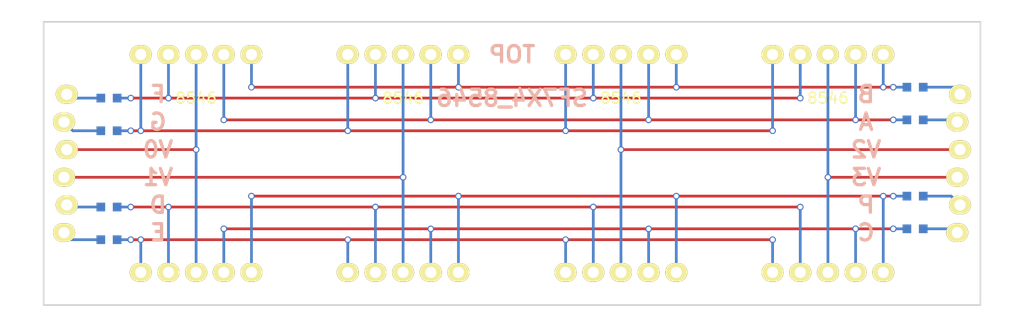
<source format=kicad_pcb>
(kicad_pcb (version 4) (host pcbnew 4.0.2+dfsg1-stable)

  (general
    (links 48)
    (no_connects 0)
    (area 94.794999 71.794999 189.205001 102.205001)
    (thickness 1.6)
    (drawings 18)
    (tracks 149)
    (zones 0)
    (modules 14)
    (nets 21)
  )

  (page A4)
  (layers
    (0 F.Cu signal)
    (31 B.Cu signal)
    (32 B.Adhes user)
    (33 F.Adhes user)
    (34 B.Paste user)
    (35 F.Paste user)
    (36 B.SilkS user)
    (37 F.SilkS user)
    (38 B.Mask user)
    (39 F.Mask user)
    (40 Dwgs.User user)
    (41 Cmts.User user)
    (42 Eco1.User user)
    (43 Eco2.User user)
    (44 Edge.Cuts user)
    (45 Margin user)
    (46 B.CrtYd user)
    (47 F.CrtYd user)
    (48 B.Fab user)
    (49 F.Fab user)
  )

  (setup
    (last_trace_width 0.25)
    (trace_clearance 0.2)
    (zone_clearance 0.508)
    (zone_45_only no)
    (trace_min 0.2)
    (segment_width 0.2)
    (edge_width 0.15)
    (via_size 0.6)
    (via_drill 0.4)
    (via_min_size 0.4)
    (via_min_drill 0.3)
    (uvia_size 0.3)
    (uvia_drill 0.1)
    (uvias_allowed no)
    (uvia_min_size 0.2)
    (uvia_min_drill 0.1)
    (pcb_text_width 0.3)
    (pcb_text_size 1.5 1.5)
    (mod_edge_width 0.15)
    (mod_text_size 1 1)
    (mod_text_width 0.15)
    (pad_size 2.032 1.7272)
    (pad_drill 1.016)
    (pad_to_mask_clearance 0.2)
    (aux_axis_origin 0 0)
    (visible_elements FFFFFF7F)
    (pcbplotparams
      (layerselection 0x00030_80000001)
      (usegerberextensions false)
      (excludeedgelayer true)
      (linewidth 0.150000)
      (plotframeref false)
      (viasonmask false)
      (mode 1)
      (useauxorigin false)
      (hpglpennumber 1)
      (hpglpenspeed 20)
      (hpglpendiameter 15)
      (hpglpenoverlay 2)
      (psnegative false)
      (psa4output false)
      (plotreference true)
      (plotvalue true)
      (plotinvisibletext false)
      (padsonsilk false)
      (subtractmaskfromsilk false)
      (outputformat 1)
      (mirror false)
      (drillshape 1)
      (scaleselection 1)
      (outputdirectory ""))
  )

  (net 0 "")
  (net 1 /a)
  (net 2 /b)
  (net 3 /c)
  (net 4 /d)
  (net 5 /e)
  (net 6 /f)
  (net 7 /g)
  (net 8 /p)
  (net 9 /v0)
  (net 10 /ax)
  (net 11 /bx)
  (net 12 /cx)
  (net 13 /dx)
  (net 14 /ex)
  (net 15 /fx)
  (net 16 /gx)
  (net 17 /px)
  (net 18 /v1)
  (net 19 /v2)
  (net 20 /v3)

  (net_class Default "This is the default net class."
    (clearance 0.2)
    (trace_width 0.25)
    (via_dia 0.6)
    (via_drill 0.4)
    (uvia_dia 0.3)
    (uvia_drill 0.1)
    (add_net /a)
    (add_net /ax)
    (add_net /b)
    (add_net /bx)
    (add_net /c)
    (add_net /cx)
    (add_net /d)
    (add_net /dx)
    (add_net /e)
    (add_net /ex)
    (add_net /f)
    (add_net /fx)
    (add_net /g)
    (add_net /gx)
    (add_net /p)
    (add_net /px)
    (add_net /v0)
    (add_net /v1)
    (add_net /v2)
    (add_net /v3)
  )

  (module 00_my_modules:SF7X1_8546 (layer F.Cu) (tedit 5E9BC9D6) (tstamp 5E9B8901)
    (at 113 87)
    (descr 7SEG)
    (tags 7SEG)
    (fp_text reference 8546 (at 0 -6) (layer F.SilkS)
      (effects (font (size 1 1) (thickness 0.15)))
    )
    (fp_text value "" (at 0 -4) (layer F.Fab)
      (effects (font (size 1 1) (thickness 0.15)))
    )
    (fp_line (start -9.25 -12.75) (end -9.25 12.75) (layer F.CrtYd) (width 0.05))
    (fp_line (start 9.25 -12.75) (end 9.25 12.75) (layer F.CrtYd) (width 0.05))
    (fp_line (start -9.25 -12.75) (end 9.25 -12.75) (layer F.CrtYd) (width 0.05))
    (fp_line (start -9.25 12.75) (end 9.25 12.75) (layer F.CrtYd) (width 0.05))
    (fp_line (start -15 0) (end 15 0) (layer F.CrtYd) (width 0.01))
    (fp_line (start 0 -15) (end 0 15) (layer F.CrtYd) (width 0.01))
    (pad G thru_hole oval (at -5.08 -10) (size 2.032 1.7272) (drill 1.016) (layers *.Cu *.Mask F.SilkS)
      (net 7 /g))
    (pad F thru_hole oval (at -2.54 -10) (size 2.032 1.7272) (drill 1.016) (layers *.Cu *.Mask F.SilkS)
      (net 6 /f))
    (pad V thru_hole oval (at 0 -10) (size 2.032 1.7272) (drill 1.016) (layers *.Cu *.Mask F.SilkS)
      (net 9 /v0))
    (pad A thru_hole oval (at 2.54 -10) (size 2.032 1.7272) (drill 1.016) (layers *.Cu *.Mask F.SilkS)
      (net 1 /a))
    (pad B thru_hole oval (at 5.08 -10) (size 2.032 1.7272) (drill 1.016) (layers *.Cu *.Mask F.SilkS)
      (net 2 /b))
    (pad E thru_hole oval (at -5.08 10) (size 2.032 1.7272) (drill 1.016) (layers *.Cu *.Mask F.SilkS)
      (net 5 /e))
    (pad D thru_hole oval (at -2.54 10) (size 2.032 1.7272) (drill 1.016) (layers *.Cu *.Mask F.SilkS)
      (net 4 /d))
    (pad V thru_hole oval (at 0 10) (size 2.032 1.7272) (drill 1.016) (layers *.Cu *.Mask F.SilkS)
      (net 9 /v0))
    (pad C thru_hole oval (at 2.54 10) (size 2.032 1.7272) (drill 1.016) (layers *.Cu *.Mask F.SilkS)
      (net 3 /c))
    (pad P thru_hole oval (at 5.08 10) (size 2.032 1.7272) (drill 1.016) (layers *.Cu *.Mask F.SilkS)
      (net 8 /p))
  )

  (module 00_my_modules:SF7X1_8546 (layer F.Cu) (tedit 5E9BC9CB) (tstamp 5E9B8976)
    (at 171 87)
    (descr 7SEG)
    (tags 7SEG)
    (fp_text reference 8546 (at 0 -6) (layer F.SilkS)
      (effects (font (size 1 1) (thickness 0.15)))
    )
    (fp_text value "" (at 0 -4) (layer F.Fab)
      (effects (font (size 1 1) (thickness 0.15)))
    )
    (fp_line (start -9.25 -12.75) (end -9.25 12.75) (layer F.CrtYd) (width 0.05))
    (fp_line (start 9.25 -12.75) (end 9.25 12.75) (layer F.CrtYd) (width 0.05))
    (fp_line (start -9.25 -12.75) (end 9.25 -12.75) (layer F.CrtYd) (width 0.05))
    (fp_line (start -9.25 12.75) (end 9.25 12.75) (layer F.CrtYd) (width 0.05))
    (fp_line (start -15 0) (end 15 0) (layer F.CrtYd) (width 0.01))
    (fp_line (start 0 -15) (end 0 15) (layer F.CrtYd) (width 0.01))
    (pad G thru_hole oval (at -5.08 -10) (size 2.032 1.7272) (drill 1.016) (layers *.Cu *.Mask F.SilkS)
      (net 7 /g))
    (pad F thru_hole oval (at -2.54 -10) (size 2.032 1.7272) (drill 1.016) (layers *.Cu *.Mask F.SilkS)
      (net 6 /f))
    (pad V thru_hole oval (at 0 -10) (size 2.032 1.7272) (drill 1.016) (layers *.Cu *.Mask F.SilkS)
      (net 20 /v3))
    (pad A thru_hole oval (at 2.54 -10) (size 2.032 1.7272) (drill 1.016) (layers *.Cu *.Mask F.SilkS)
      (net 1 /a))
    (pad B thru_hole oval (at 5.08 -10) (size 2.032 1.7272) (drill 1.016) (layers *.Cu *.Mask F.SilkS)
      (net 2 /b))
    (pad E thru_hole oval (at -5.08 10) (size 2.032 1.7272) (drill 1.016) (layers *.Cu *.Mask F.SilkS)
      (net 5 /e))
    (pad D thru_hole oval (at -2.54 10) (size 2.032 1.7272) (drill 1.016) (layers *.Cu *.Mask F.SilkS)
      (net 4 /d))
    (pad V thru_hole oval (at 0 10) (size 2.032 1.7272) (drill 1.016) (layers *.Cu *.Mask F.SilkS)
      (net 20 /v3))
    (pad C thru_hole oval (at 2.54 10) (size 2.032 1.7272) (drill 1.016) (layers *.Cu *.Mask F.SilkS)
      (net 3 /c))
    (pad P thru_hole oval (at 5.08 10) (size 2.032 1.7272) (drill 1.016) (layers *.Cu *.Mask F.SilkS)
      (net 8 /p))
  )

  (module 00_my_modules:SF7X1_8546 (layer F.Cu) (tedit 5E9BC9C3) (tstamp 5E9B894F)
    (at 152 87)
    (descr 7SEG)
    (tags 7SEG)
    (fp_text reference 8546 (at 0 -6) (layer F.SilkS)
      (effects (font (size 1 1) (thickness 0.15)))
    )
    (fp_text value "" (at 0 -4) (layer F.Fab)
      (effects (font (size 1 1) (thickness 0.15)))
    )
    (fp_line (start -9.25 -12.75) (end -9.25 12.75) (layer F.CrtYd) (width 0.05))
    (fp_line (start 9.25 -12.75) (end 9.25 12.75) (layer F.CrtYd) (width 0.05))
    (fp_line (start -9.25 -12.75) (end 9.25 -12.75) (layer F.CrtYd) (width 0.05))
    (fp_line (start -9.25 12.75) (end 9.25 12.75) (layer F.CrtYd) (width 0.05))
    (fp_line (start -15 0) (end 15 0) (layer F.CrtYd) (width 0.01))
    (fp_line (start 0 -15) (end 0 15) (layer F.CrtYd) (width 0.01))
    (pad G thru_hole oval (at -5.08 -10) (size 2.032 1.7272) (drill 1.016) (layers *.Cu *.Mask F.SilkS)
      (net 7 /g))
    (pad F thru_hole oval (at -2.54 -10) (size 2.032 1.7272) (drill 1.016) (layers *.Cu *.Mask F.SilkS)
      (net 6 /f))
    (pad V thru_hole oval (at 0 -10) (size 2.032 1.7272) (drill 1.016) (layers *.Cu *.Mask F.SilkS)
      (net 19 /v2))
    (pad A thru_hole oval (at 2.54 -10) (size 2.032 1.7272) (drill 1.016) (layers *.Cu *.Mask F.SilkS)
      (net 1 /a))
    (pad B thru_hole oval (at 5.08 -10) (size 2.032 1.7272) (drill 1.016) (layers *.Cu *.Mask F.SilkS)
      (net 2 /b))
    (pad E thru_hole oval (at -5.08 10) (size 2.032 1.7272) (drill 1.016) (layers *.Cu *.Mask F.SilkS)
      (net 5 /e))
    (pad D thru_hole oval (at -2.54 10) (size 2.032 1.7272) (drill 1.016) (layers *.Cu *.Mask F.SilkS)
      (net 4 /d))
    (pad V thru_hole oval (at 0 10) (size 2.032 1.7272) (drill 1.016) (layers *.Cu *.Mask F.SilkS)
      (net 19 /v2))
    (pad C thru_hole oval (at 2.54 10) (size 2.032 1.7272) (drill 1.016) (layers *.Cu *.Mask F.SilkS)
      (net 3 /c))
    (pad P thru_hole oval (at 5.08 10) (size 2.032 1.7272) (drill 1.016) (layers *.Cu *.Mask F.SilkS)
      (net 8 /p))
  )

  (module 00_my_modules:SF7X1_8546 (layer F.Cu) (tedit 5E9BC9DE) (tstamp 5E9B8928)
    (at 132 87)
    (descr 7SEG)
    (tags 7SEG)
    (fp_text reference 8546 (at 0 -6) (layer F.SilkS)
      (effects (font (size 1 1) (thickness 0.15)))
    )
    (fp_text value "" (at 0 -4) (layer F.Fab)
      (effects (font (size 1 1) (thickness 0.15)))
    )
    (fp_line (start -9.25 -12.75) (end -9.25 12.75) (layer F.CrtYd) (width 0.05))
    (fp_line (start 9.25 -12.75) (end 9.25 12.75) (layer F.CrtYd) (width 0.05))
    (fp_line (start -9.25 -12.75) (end 9.25 -12.75) (layer F.CrtYd) (width 0.05))
    (fp_line (start -9.25 12.75) (end 9.25 12.75) (layer F.CrtYd) (width 0.05))
    (fp_line (start -15 0) (end 15 0) (layer F.CrtYd) (width 0.01))
    (fp_line (start 0 -15) (end 0 15) (layer F.CrtYd) (width 0.01))
    (pad G thru_hole oval (at -5.08 -10) (size 2.032 1.7272) (drill 1.016) (layers *.Cu *.Mask F.SilkS)
      (net 7 /g))
    (pad F thru_hole oval (at -2.54 -10) (size 2.032 1.7272) (drill 1.016) (layers *.Cu *.Mask F.SilkS)
      (net 6 /f))
    (pad V thru_hole oval (at 0 -10) (size 2.032 1.7272) (drill 1.016) (layers *.Cu *.Mask F.SilkS)
      (net 18 /v1))
    (pad A thru_hole oval (at 2.54 -10) (size 2.032 1.7272) (drill 1.016) (layers *.Cu *.Mask F.SilkS)
      (net 1 /a))
    (pad B thru_hole oval (at 5.08 -10) (size 2.032 1.7272) (drill 1.016) (layers *.Cu *.Mask F.SilkS)
      (net 2 /b))
    (pad E thru_hole oval (at -5.08 10) (size 2.032 1.7272) (drill 1.016) (layers *.Cu *.Mask F.SilkS)
      (net 5 /e))
    (pad D thru_hole oval (at -2.54 10) (size 2.032 1.7272) (drill 1.016) (layers *.Cu *.Mask F.SilkS)
      (net 4 /d))
    (pad V thru_hole oval (at 0 10) (size 2.032 1.7272) (drill 1.016) (layers *.Cu *.Mask F.SilkS)
      (net 18 /v1))
    (pad C thru_hole oval (at 2.54 10) (size 2.032 1.7272) (drill 1.016) (layers *.Cu *.Mask F.SilkS)
      (net 3 /c))
    (pad P thru_hole oval (at 5.08 10) (size 2.032 1.7272) (drill 1.016) (layers *.Cu *.Mask F.SilkS)
      (net 8 /p))
  )

  (module 00_my_modules:header1x6wiggle (layer F.Cu) (tedit 5E9BB9E0) (tstamp 5E9BB978)
    (at 183 87)
    (descr "Through hole pin header")
    (tags "pin header")
    (fp_text reference "" (at 0 -2.4) (layer F.SilkS)
      (effects (font (size 0.5 0.5) (thickness 0.01)))
    )
    (fp_text value "" (at 0 -3.1) (layer F.Fab)
      (effects (font (size 0.5 0.5) (thickness 0.01)))
    )
    (fp_line (start -1.75 -8.1) (end -1.75 8.1) (layer F.CrtYd) (width 0.05))
    (fp_line (start 1.75 -8.1) (end 1.75 8.1) (layer F.CrtYd) (width 0.05))
    (fp_line (start -1.75 -8.1) (end 1.75 -8.1) (layer F.CrtYd) (width 0.05))
    (fp_line (start -1.75 8.1) (end 1.75 8.1) (layer F.CrtYd) (width 0.05))
    (fp_line (start -6 -6.35) (end 6 -6.35) (layer F.CrtYd) (width 0.01))
    (fp_line (start -6 0) (end 6 0) (layer F.CrtYd) (width 0.01))
    (fp_line (start -6 6.35) (end 6 6.35) (layer F.CrtYd) (width 0.01))
    (pad 1 thru_hole oval (at 0.127 -6.35) (size 2.032 1.7272) (drill 1.016) (layers *.Cu *.Mask F.SilkS)
      (net 11 /bx))
    (pad 2 thru_hole oval (at -0.127 -3.81) (size 2.032 1.7272) (drill 1.016) (layers *.Cu *.Mask F.SilkS)
      (net 10 /ax))
    (pad 3 thru_hole oval (at 0.127 -1.27) (size 2.032 1.7272) (drill 1.016) (layers *.Cu *.Mask F.SilkS)
      (net 19 /v2))
    (pad 4 thru_hole oval (at -0.127 1.27) (size 2.032 1.7272) (drill 1.016) (layers *.Cu *.Mask F.SilkS)
      (net 20 /v3))
    (pad 5 thru_hole oval (at 0.127 3.81) (size 2.032 1.7272) (drill 1.016) (layers *.Cu *.Mask F.SilkS)
      (net 17 /px))
    (pad 6 thru_hole oval (at -0.127 6.35) (size 2.032 1.7272) (drill 1.016) (layers *.Cu *.Mask F.SilkS)
      (net 12 /cx))
  )

  (module 00_my_modules:header1x6wiggle (layer F.Cu) (tedit 5E9BB925) (tstamp 5E9BB999)
    (at 101 87)
    (descr "Through hole pin header")
    (tags "pin header")
    (fp_text reference "" (at 0 -2.4) (layer F.SilkS)
      (effects (font (size 0.5 0.5) (thickness 0.01)))
    )
    (fp_text value "" (at 0 -3.1) (layer F.Fab)
      (effects (font (size 0.5 0.5) (thickness 0.01)))
    )
    (fp_line (start -1.75 -8.1) (end -1.75 8.1) (layer F.CrtYd) (width 0.05))
    (fp_line (start 1.75 -8.1) (end 1.75 8.1) (layer F.CrtYd) (width 0.05))
    (fp_line (start -1.75 -8.1) (end 1.75 -8.1) (layer F.CrtYd) (width 0.05))
    (fp_line (start -1.75 8.1) (end 1.75 8.1) (layer F.CrtYd) (width 0.05))
    (fp_line (start -6 -6.35) (end 6 -6.35) (layer F.CrtYd) (width 0.01))
    (fp_line (start -6 0) (end 6 0) (layer F.CrtYd) (width 0.01))
    (fp_line (start -6 6.35) (end 6 6.35) (layer F.CrtYd) (width 0.01))
    (pad 1 thru_hole oval (at 0.127 -6.35) (size 2.032 1.7272) (drill 1.016) (layers *.Cu *.Mask F.SilkS)
      (net 15 /fx))
    (pad 2 thru_hole oval (at -0.127 -3.81) (size 2.032 1.7272) (drill 1.016) (layers *.Cu *.Mask F.SilkS)
      (net 16 /gx))
    (pad 3 thru_hole oval (at 0.127 -1.27) (size 2.032 1.7272) (drill 1.016) (layers *.Cu *.Mask F.SilkS)
      (net 9 /v0))
    (pad 4 thru_hole oval (at -0.127 1.27) (size 2.032 1.7272) (drill 1.016) (layers *.Cu *.Mask F.SilkS)
      (net 18 /v1))
    (pad 5 thru_hole oval (at 0.127 3.81) (size 2.032 1.7272) (drill 1.016) (layers *.Cu *.Mask F.SilkS)
      (net 13 /dx))
    (pad 6 thru_hole oval (at -0.127 6.35) (size 2.032 1.7272) (drill 1.016) (layers *.Cu *.Mask F.SilkS)
      (net 14 /ex))
  )

  (module 00_my_modules:R_0603 (layer B.Cu) (tedit 5E9BB5E6) (tstamp 5E9BBC98)
    (at 105 94)
    (descr R0603)
    (tags "resistor 0603")
    (attr smd)
    (fp_text reference R (at 0 0) (layer B.Fab)
      (effects (font (size 0.5 0.5) (thickness 0.1)) (justify mirror))
    )
    (fp_text value "" (at 0 0) (layer B.Fab)
      (effects (font (size 0.5 0.5) (thickness 0.01)) (justify mirror))
    )
    (fp_line (start -1.2 0.45) (end 1.2 0.45) (layer B.CrtYd) (width 0.01))
    (fp_line (start -1.2 -0.45) (end 1.2 -0.45) (layer B.CrtYd) (width 0.01))
    (fp_line (start -1.2 0.45) (end -1.2 -0.45) (layer B.CrtYd) (width 0.01))
    (fp_line (start 1.2 0.45) (end 1.2 -0.45) (layer B.CrtYd) (width 0.01))
    (pad 1 smd rect (at -0.75 0) (size 0.8 0.8) (layers B.Cu B.Paste B.Mask)
      (net 14 /ex))
    (pad 2 smd rect (at 0.75 0) (size 0.8 0.8) (layers B.Cu B.Paste B.Mask)
      (net 5 /e))
  )

  (module 00_my_modules:R_0603 (layer B.Cu) (tedit 5E9BB5FF) (tstamp 5E9BBCAB)
    (at 105 91)
    (descr R0603)
    (tags "resistor 0603")
    (attr smd)
    (fp_text reference R (at 0 0) (layer B.Fab)
      (effects (font (size 0.5 0.5) (thickness 0.1)) (justify mirror))
    )
    (fp_text value "" (at 0 0) (layer B.Fab)
      (effects (font (size 0.5 0.5) (thickness 0.01)) (justify mirror))
    )
    (fp_line (start -1.2 0.45) (end 1.2 0.45) (layer B.CrtYd) (width 0.01))
    (fp_line (start -1.2 -0.45) (end 1.2 -0.45) (layer B.CrtYd) (width 0.01))
    (fp_line (start -1.2 0.45) (end -1.2 -0.45) (layer B.CrtYd) (width 0.01))
    (fp_line (start 1.2 0.45) (end 1.2 -0.45) (layer B.CrtYd) (width 0.01))
    (pad 1 smd rect (at -0.75 0) (size 0.8 0.8) (layers B.Cu B.Paste B.Mask)
      (net 13 /dx))
    (pad 2 smd rect (at 0.75 0) (size 0.8 0.8) (layers B.Cu B.Paste B.Mask)
      (net 4 /d))
  )

  (module 00_my_modules:R_0603 (layer B.Cu) (tedit 5E9BB912) (tstamp 5E9BBDEE)
    (at 105 84)
    (descr R0603)
    (tags "resistor 0603")
    (attr smd)
    (fp_text reference R (at 0 0) (layer B.Fab)
      (effects (font (size 0.5 0.5) (thickness 0.1)) (justify mirror))
    )
    (fp_text value "" (at 0 0) (layer B.Fab)
      (effects (font (size 0.5 0.5) (thickness 0.01)) (justify mirror))
    )
    (fp_line (start -1.2 0.45) (end 1.2 0.45) (layer B.CrtYd) (width 0.01))
    (fp_line (start -1.2 -0.45) (end 1.2 -0.45) (layer B.CrtYd) (width 0.01))
    (fp_line (start -1.2 0.45) (end -1.2 -0.45) (layer B.CrtYd) (width 0.01))
    (fp_line (start 1.2 0.45) (end 1.2 -0.45) (layer B.CrtYd) (width 0.01))
    (pad 1 smd rect (at -0.75 0) (size 0.8 0.8) (layers B.Cu B.Paste B.Mask)
      (net 16 /gx))
    (pad 2 smd rect (at 0.75 0) (size 0.8 0.8) (layers B.Cu B.Paste B.Mask)
      (net 7 /g))
  )

  (module 00_my_modules:R_0603 (layer B.Cu) (tedit 5E9BB91F) (tstamp 5E9BBE01)
    (at 105 81)
    (descr R0603)
    (tags "resistor 0603")
    (attr smd)
    (fp_text reference R (at 0 0) (layer B.Fab)
      (effects (font (size 0.5 0.5) (thickness 0.1)) (justify mirror))
    )
    (fp_text value "" (at 0 0) (layer B.Fab)
      (effects (font (size 0.5 0.5) (thickness 0.01)) (justify mirror))
    )
    (fp_line (start -1.2 0.45) (end 1.2 0.45) (layer B.CrtYd) (width 0.01))
    (fp_line (start -1.2 -0.45) (end 1.2 -0.45) (layer B.CrtYd) (width 0.01))
    (fp_line (start -1.2 0.45) (end -1.2 -0.45) (layer B.CrtYd) (width 0.01))
    (fp_line (start 1.2 0.45) (end 1.2 -0.45) (layer B.CrtYd) (width 0.01))
    (pad 1 smd rect (at -0.75 0) (size 0.8 0.8) (layers B.Cu B.Paste B.Mask)
      (net 15 /fx))
    (pad 2 smd rect (at 0.75 0) (size 0.8 0.8) (layers B.Cu B.Paste B.Mask)
      (net 6 /f))
  )

  (module 00_my_modules:R_0603 (layer B.Cu) (tedit 5E9BB9DC) (tstamp 5E9BBE6E)
    (at 179 80)
    (descr R0603)
    (tags "resistor 0603")
    (attr smd)
    (fp_text reference R (at 0 0) (layer B.Fab)
      (effects (font (size 0.5 0.5) (thickness 0.1)) (justify mirror))
    )
    (fp_text value "" (at 0 0) (layer B.Fab)
      (effects (font (size 0.5 0.5) (thickness 0.01)) (justify mirror))
    )
    (fp_line (start -1.2 0.45) (end 1.2 0.45) (layer B.CrtYd) (width 0.01))
    (fp_line (start -1.2 -0.45) (end 1.2 -0.45) (layer B.CrtYd) (width 0.01))
    (fp_line (start -1.2 0.45) (end -1.2 -0.45) (layer B.CrtYd) (width 0.01))
    (fp_line (start 1.2 0.45) (end 1.2 -0.45) (layer B.CrtYd) (width 0.01))
    (pad 1 smd rect (at -0.75 0) (size 0.8 0.8) (layers B.Cu B.Paste B.Mask)
      (net 2 /b))
    (pad 2 smd rect (at 0.75 0) (size 0.8 0.8) (layers B.Cu B.Paste B.Mask)
      (net 11 /bx))
  )

  (module 00_my_modules:R_0603 (layer B.Cu) (tedit 5E9BB9CC) (tstamp 5E9BBE81)
    (at 179 83)
    (descr R0603)
    (tags "resistor 0603")
    (attr smd)
    (fp_text reference R (at 0 0) (layer B.Fab)
      (effects (font (size 0.5 0.5) (thickness 0.1)) (justify mirror))
    )
    (fp_text value "" (at 0 0) (layer B.Fab)
      (effects (font (size 0.5 0.5) (thickness 0.01)) (justify mirror))
    )
    (fp_line (start -1.2 0.45) (end 1.2 0.45) (layer B.CrtYd) (width 0.01))
    (fp_line (start -1.2 -0.45) (end 1.2 -0.45) (layer B.CrtYd) (width 0.01))
    (fp_line (start -1.2 0.45) (end -1.2 -0.45) (layer B.CrtYd) (width 0.01))
    (fp_line (start 1.2 0.45) (end 1.2 -0.45) (layer B.CrtYd) (width 0.01))
    (pad 1 smd rect (at -0.75 0) (size 0.8 0.8) (layers B.Cu B.Paste B.Mask)
      (net 1 /a))
    (pad 2 smd rect (at 0.75 0) (size 0.8 0.8) (layers B.Cu B.Paste B.Mask)
      (net 10 /ax))
  )

  (module 00_my_modules:R_0603 (layer B.Cu) (tedit 5E9BB9A8) (tstamp 5E9BBE94)
    (at 179 90)
    (descr R0603)
    (tags "resistor 0603")
    (attr smd)
    (fp_text reference R (at 0 0) (layer B.Fab)
      (effects (font (size 0.5 0.5) (thickness 0.1)) (justify mirror))
    )
    (fp_text value "" (at 0 0) (layer B.Fab)
      (effects (font (size 0.5 0.5) (thickness 0.01)) (justify mirror))
    )
    (fp_line (start -1.2 0.45) (end 1.2 0.45) (layer B.CrtYd) (width 0.01))
    (fp_line (start -1.2 -0.45) (end 1.2 -0.45) (layer B.CrtYd) (width 0.01))
    (fp_line (start -1.2 0.45) (end -1.2 -0.45) (layer B.CrtYd) (width 0.01))
    (fp_line (start 1.2 0.45) (end 1.2 -0.45) (layer B.CrtYd) (width 0.01))
    (pad 1 smd rect (at -0.75 0) (size 0.8 0.8) (layers B.Cu B.Paste B.Mask)
      (net 8 /p))
    (pad 2 smd rect (at 0.75 0) (size 0.8 0.8) (layers B.Cu B.Paste B.Mask)
      (net 17 /px))
  )

  (module 00_my_modules:R_0603 (layer B.Cu) (tedit 5E9BB995) (tstamp 5E9BBEA7)
    (at 179 93)
    (descr R0603)
    (tags "resistor 0603")
    (attr smd)
    (fp_text reference R (at 0 0) (layer B.Fab)
      (effects (font (size 0.5 0.5) (thickness 0.1)) (justify mirror))
    )
    (fp_text value "" (at 0 0) (layer B.Fab)
      (effects (font (size 0.5 0.5) (thickness 0.01)) (justify mirror))
    )
    (fp_line (start -1.2 0.45) (end 1.2 0.45) (layer B.CrtYd) (width 0.01))
    (fp_line (start -1.2 -0.45) (end 1.2 -0.45) (layer B.CrtYd) (width 0.01))
    (fp_line (start -1.2 0.45) (end -1.2 -0.45) (layer B.CrtYd) (width 0.01))
    (fp_line (start 1.2 0.45) (end 1.2 -0.45) (layer B.CrtYd) (width 0.01))
    (pad 1 smd rect (at -0.75 0) (size 0.8 0.8) (layers B.Cu B.Paste B.Mask)
      (net 3 /c))
    (pad 2 smd rect (at 0.75 0) (size 0.8 0.8) (layers B.Cu B.Paste B.Mask)
      (net 12 /cx))
  )

  (gr_text F (at 109.5 80.65) (layer B.SilkS)
    (effects (font (size 1.5 1.5) (thickness 0.3)) (justify mirror))
  )
  (gr_text G (at 109.5 83.19) (layer B.SilkS)
    (effects (font (size 1.5 1.5) (thickness 0.3)) (justify mirror))
  )
  (gr_text V0 (at 109.5 85.73) (layer B.SilkS)
    (effects (font (size 1.5 1.5) (thickness 0.3)) (justify mirror))
  )
  (gr_text V1 (at 109.5 88.27) (layer B.SilkS)
    (effects (font (size 1.5 1.5) (thickness 0.3)) (justify mirror))
  )
  (gr_text D (at 109.5 90.81) (layer B.SilkS)
    (effects (font (size 1.5 1.5) (thickness 0.3)) (justify mirror))
  )
  (gr_text E (at 109.5 93.35) (layer B.SilkS)
    (effects (font (size 1.5 1.5) (thickness 0.3)) (justify mirror))
  )
  (gr_text B (at 174.5 80.65) (layer B.SilkS)
    (effects (font (size 1.5 1.5) (thickness 0.3)) (justify mirror))
  )
  (gr_text A (at 174.5 83.19) (layer B.SilkS)
    (effects (font (size 1.5 1.5) (thickness 0.3)) (justify mirror))
  )
  (gr_text V2 (at 174.5 85.73) (layer B.SilkS)
    (effects (font (size 1.5 1.5) (thickness 0.3)) (justify mirror))
  )
  (gr_text V3 (at 174.5 88.27) (layer B.SilkS)
    (effects (font (size 1.5 1.5) (thickness 0.3)) (justify mirror))
  )
  (gr_text P (at 174.5 90.81) (layer B.SilkS)
    (effects (font (size 1.5 1.5) (thickness 0.3)) (justify mirror))
  )
  (gr_text C (at 174.5 93.35) (layer B.SilkS)
    (effects (font (size 1.5 1.5) (thickness 0.3)) (justify mirror))
  )
  (gr_text SF7X4_8546 (at 142 81) (layer B.SilkS)
    (effects (font (size 1.5 1.5) (thickness 0.3)) (justify mirror))
  )
  (gr_text TOP (at 142 77) (layer B.SilkS)
    (effects (font (size 1.5 1.5) (thickness 0.3)) (justify mirror))
  )
  (gr_line (start 99 100) (end 99 74) (angle 90) (layer Edge.Cuts) (width 0.15))
  (gr_line (start 185 100) (end 99 100) (angle 90) (layer Edge.Cuts) (width 0.15))
  (gr_line (start 185 74) (end 185 100) (angle 90) (layer Edge.Cuts) (width 0.15))
  (gr_line (start 99 74) (end 185 74) (angle 90) (layer Edge.Cuts) (width 0.15))

  (segment (start 173.54 83) (end 177 83) (width 0.25) (layer F.Cu) (net 1))
  (segment (start 177 83) (end 178.25 83) (width 0.25) (layer B.Cu) (net 1) (tstamp 5E9BBF50))
  (via (at 177 83) (size 0.6) (drill 0.4) (layers F.Cu B.Cu) (net 1))
  (segment (start 115.54 83) (end 134.54 83) (width 0.25) (layer F.Cu) (net 1) (tstamp 5E9BBD72))
  (segment (start 134.54 83) (end 154.54 83) (width 0.25) (layer F.Cu) (net 1) (tstamp 5E9BBD8E))
  (segment (start 154.54 83) (end 173.54 83) (width 0.25) (layer F.Cu) (net 1) (tstamp 5E9BBDB9))
  (via (at 173.54 83) (size 0.6) (drill 0.4) (layers F.Cu B.Cu) (net 1))
  (via (at 154.54 83) (size 0.6) (drill 0.4) (layers F.Cu B.Cu) (net 1))
  (via (at 134.54 83) (size 0.6) (drill 0.4) (layers F.Cu B.Cu) (net 1))
  (via (at 115.54 83) (size 0.6) (drill 0.4) (layers F.Cu B.Cu) (net 1))
  (segment (start 173.54 77) (end 173.54 83) (width 0.25) (layer B.Cu) (net 1))
  (segment (start 154.54 77) (end 154.54 83) (width 0.25) (layer B.Cu) (net 1))
  (segment (start 134.54 77) (end 134.54 83) (width 0.25) (layer B.Cu) (net 1))
  (segment (start 115.54 77) (end 115.54 83) (width 0.25) (layer B.Cu) (net 1))
  (segment (start 176.08 80) (end 177 80) (width 0.25) (layer F.Cu) (net 2))
  (segment (start 177 80) (end 178.25 80) (width 0.25) (layer B.Cu) (net 2) (tstamp 5E9BBF49))
  (via (at 177 80) (size 0.6) (drill 0.4) (layers F.Cu B.Cu) (net 2))
  (segment (start 118.08 80) (end 137.08 80) (width 0.25) (layer F.Cu) (net 2) (tstamp 5E9BBD79))
  (segment (start 137.08 80) (end 157.08 80) (width 0.25) (layer F.Cu) (net 2) (tstamp 5E9BBD95))
  (segment (start 157.08 80) (end 176.08 80) (width 0.25) (layer F.Cu) (net 2) (tstamp 5E9BBDC7))
  (via (at 176.08 80) (size 0.6) (drill 0.4) (layers F.Cu B.Cu) (net 2))
  (via (at 157.08 80) (size 0.6) (drill 0.4) (layers F.Cu B.Cu) (net 2))
  (via (at 137.08 80) (size 0.6) (drill 0.4) (layers F.Cu B.Cu) (net 2))
  (via (at 118.08 80) (size 0.6) (drill 0.4) (layers F.Cu B.Cu) (net 2))
  (segment (start 176.08 77) (end 176.08 80) (width 0.25) (layer B.Cu) (net 2))
  (segment (start 157.08 77) (end 157.08 80) (width 0.25) (layer B.Cu) (net 2))
  (segment (start 137.08 77) (end 137.08 80) (width 0.25) (layer B.Cu) (net 2))
  (segment (start 118.08 77) (end 118.08 80) (width 0.25) (layer B.Cu) (net 2))
  (via (at 134.54 93.01) (size 0.6) (drill 0.4) (layers F.Cu B.Cu) (net 3))
  (segment (start 134.54 93.01) (end 134.54 93) (width 0.25) (layer F.Cu) (net 3) (tstamp 5E9BBF6E))
  (segment (start 134.54 93.01) (end 134.54 97) (width 0.25) (layer B.Cu) (net 3) (tstamp 5E9BBF6B))
  (segment (start 173.54 93) (end 177 93) (width 0.25) (layer F.Cu) (net 3))
  (segment (start 177 93) (end 178.25 93) (width 0.25) (layer B.Cu) (net 3) (tstamp 5E9BBF60))
  (via (at 177 93) (size 0.6) (drill 0.4) (layers F.Cu B.Cu) (net 3))
  (segment (start 115.5 93) (end 134.54 93) (width 0.25) (layer F.Cu) (net 3) (tstamp 5E9BBD27))
  (segment (start 134.54 93) (end 154.54 93) (width 0.25) (layer F.Cu) (net 3) (tstamp 5E9BBF71))
  (segment (start 154.54 93) (end 173.54 93) (width 0.25) (layer F.Cu) (net 3) (tstamp 5E9BBD46))
  (via (at 173.54 93) (size 0.6) (drill 0.4) (layers F.Cu B.Cu) (net 3))
  (via (at 154.54 93.01) (size 0.6) (drill 0.4) (layers F.Cu B.Cu) (net 3))
  (segment (start 154.54 93.01) (end 154.54 93) (width 0.25) (layer F.Cu) (net 3) (tstamp 5E9BBD43))
  (via (at 115.54 93) (size 0.6) (drill 0.4) (layers F.Cu B.Cu) (net 3))
  (segment (start 115.54 93) (end 115.5 93) (width 0.25) (layer F.Cu) (net 3) (tstamp 5E9BBD24))
  (segment (start 173.54 93) (end 173.54 97) (width 0.25) (layer B.Cu) (net 3) (tstamp 5E9BBD4F))
  (segment (start 154.54 93.01) (end 154.54 97) (width 0.25) (layer B.Cu) (net 3) (tstamp 5E9BBD40))
  (segment (start 115.54 93) (end 115.54 97) (width 0.25) (layer B.Cu) (net 3) (tstamp 5E9BBD21))
  (segment (start 110.46 91) (end 107 91) (width 0.25) (layer F.Cu) (net 4))
  (segment (start 107 91) (end 105.75 91) (width 0.25) (layer B.Cu) (net 4) (tstamp 5E9BBD15))
  (via (at 107 91) (size 0.6) (drill 0.4) (layers F.Cu B.Cu) (net 4))
  (segment (start 149.46 91) (end 149.46 97) (width 0.25) (layer B.Cu) (net 4) (tstamp 5E9BBC7D))
  (segment (start 168.46 91) (end 168.46 97) (width 0.25) (layer B.Cu) (net 4) (tstamp 5E9BBC89))
  (segment (start 129.46 91) (end 129.46 97) (width 0.25) (layer B.Cu) (net 4) (tstamp 5E9BBC7B))
  (segment (start 110.46 91) (end 110.46 97) (width 0.25) (layer B.Cu) (net 4) (tstamp 5E9BBC6F))
  (via (at 168.46 91) (size 0.6) (drill 0.4) (layers F.Cu B.Cu) (net 4))
  (via (at 129.46 91) (size 0.6) (drill 0.4) (layers F.Cu B.Cu) (net 4))
  (segment (start 110.46 91) (end 129.46 91) (width 0.25) (layer F.Cu) (net 4) (tstamp 5E9BBC74))
  (segment (start 129.46 91) (end 149.46 91) (width 0.25) (layer F.Cu) (net 4) (tstamp 5E9BBC76))
  (segment (start 149.46 91) (end 168.46 91) (width 0.25) (layer F.Cu) (net 4) (tstamp 5E9BBC82))
  (via (at 149.46 91) (size 0.6) (drill 0.4) (layers F.Cu B.Cu) (net 4))
  (via (at 110.46 91) (size 0.6) (drill 0.4) (layers F.Cu B.Cu) (net 4))
  (segment (start 107.92 94) (end 107 94) (width 0.25) (layer F.Cu) (net 5))
  (segment (start 107 94) (end 105.75 94) (width 0.25) (layer B.Cu) (net 5) (tstamp 5E9BBD1E))
  (via (at 107 94) (size 0.6) (drill 0.4) (layers F.Cu B.Cu) (net 5))
  (segment (start 146.92 94) (end 146.92 97) (width 0.25) (layer B.Cu) (net 5) (tstamp 5E9BBC60))
  (segment (start 165.92 94) (end 165.92 97) (width 0.25) (layer B.Cu) (net 5) (tstamp 5E9BBC6C))
  (segment (start 126.92 94) (end 126.92 97) (width 0.25) (layer B.Cu) (net 5) (tstamp 5E9BBC5A))
  (segment (start 107.92 94) (end 107.92 97) (width 0.25) (layer B.Cu) (net 5) (tstamp 5E9BBC4D))
  (via (at 126.92 94) (size 0.6) (drill 0.4) (layers F.Cu B.Cu) (net 5))
  (segment (start 108 94) (end 126.92 94) (width 0.25) (layer F.Cu) (net 5) (tstamp 5E9BBC53))
  (via (at 107.92 94) (size 0.6) (drill 0.4) (layers F.Cu B.Cu) (net 5))
  (segment (start 107.92 94) (end 108 94) (width 0.25) (layer F.Cu) (net 5) (tstamp 5E9BBC50))
  (via (at 165.92 94) (size 0.6) (drill 0.4) (layers F.Cu B.Cu) (net 5))
  (segment (start 146.92 94) (end 165.92 94) (width 0.25) (layer F.Cu) (net 5) (tstamp 5E9BBC65))
  (segment (start 126.92 94) (end 146.92 94) (width 0.25) (layer F.Cu) (net 5) (tstamp 5E9BBC55))
  (via (at 146.92 94) (size 0.6) (drill 0.4) (layers F.Cu B.Cu) (net 5))
  (via (at 107 81) (size 0.6) (drill 0.4) (layers F.Cu B.Cu) (net 6))
  (segment (start 110.46 81) (end 107 81) (width 0.25) (layer F.Cu) (net 6))
  (segment (start 107 81) (end 105.75 81) (width 0.25) (layer B.Cu) (net 6) (tstamp 5E9BBE5B))
  (via (at 110.46 81) (size 0.6) (drill 0.4) (layers F.Cu B.Cu) (net 6))
  (segment (start 110.46 81) (end 129.46 81) (width 0.25) (layer F.Cu) (net 6) (tstamp 5E9BBD66))
  (segment (start 129.46 81) (end 149.46 81) (width 0.25) (layer F.Cu) (net 6) (tstamp 5E9BBD87))
  (segment (start 149.46 81) (end 168.46 81) (width 0.25) (layer F.Cu) (net 6) (tstamp 5E9BBDAB))
  (via (at 168.46 81) (size 0.6) (drill 0.4) (layers F.Cu B.Cu) (net 6))
  (via (at 149.46 81) (size 0.6) (drill 0.4) (layers F.Cu B.Cu) (net 6))
  (via (at 129.46 81) (size 0.6) (drill 0.4) (layers F.Cu B.Cu) (net 6))
  (segment (start 149.46 77) (end 149.46 81) (width 0.25) (layer B.Cu) (net 6))
  (segment (start 168.46 77) (end 168.46 81) (width 0.25) (layer B.Cu) (net 6))
  (segment (start 129.46 77) (end 129.46 81) (width 0.25) (layer B.Cu) (net 6))
  (segment (start 110.46 77) (end 110.46 81) (width 0.25) (layer B.Cu) (net 6))
  (via (at 107 84) (size 0.6) (drill 0.4) (layers F.Cu B.Cu) (net 7))
  (segment (start 107.92 84) (end 107 84) (width 0.25) (layer F.Cu) (net 7))
  (segment (start 107 84) (end 105.75 84) (width 0.25) (layer B.Cu) (net 7) (tstamp 5E9BBE56))
  (segment (start 107.92 84) (end 126.92 84) (width 0.25) (layer F.Cu) (net 7) (tstamp 5E9BBD64))
  (segment (start 126.92 84) (end 146.92 84) (width 0.25) (layer F.Cu) (net 7) (tstamp 5E9BBD80))
  (segment (start 146.92 84) (end 165.92 84) (width 0.25) (layer F.Cu) (net 7) (tstamp 5E9BBD9C))
  (via (at 165.92 84) (size 0.6) (drill 0.4) (layers F.Cu B.Cu) (net 7))
  (via (at 146.92 84) (size 0.6) (drill 0.4) (layers F.Cu B.Cu) (net 7))
  (via (at 126.92 84) (size 0.6) (drill 0.4) (layers F.Cu B.Cu) (net 7))
  (via (at 107.92 84) (size 0.6) (drill 0.4) (layers F.Cu B.Cu) (net 7))
  (segment (start 146.92 77) (end 146.92 84) (width 0.25) (layer B.Cu) (net 7))
  (segment (start 165.92 77) (end 165.92 84) (width 0.25) (layer B.Cu) (net 7))
  (segment (start 126.92 77) (end 126.92 84) (width 0.25) (layer B.Cu) (net 7))
  (segment (start 107.92 77) (end 107.92 84) (width 0.25) (layer B.Cu) (net 7))
  (via (at 137.08 90) (size 0.6) (drill 0.4) (layers F.Cu B.Cu) (net 8))
  (segment (start 137.08 90) (end 137.08 97) (width 0.25) (layer B.Cu) (net 8) (tstamp 5E9BBF74))
  (segment (start 176.08 90) (end 177 90) (width 0.25) (layer F.Cu) (net 8))
  (segment (start 177 90) (end 178.25 90) (width 0.25) (layer B.Cu) (net 8) (tstamp 5E9BBF5B))
  (via (at 177 90) (size 0.6) (drill 0.4) (layers F.Cu B.Cu) (net 8))
  (via (at 176.08 90) (size 0.6) (drill 0.4) (layers F.Cu B.Cu) (net 8))
  (via (at 157.08 90) (size 0.6) (drill 0.4) (layers F.Cu B.Cu) (net 8))
  (segment (start 118 90) (end 137.08 90) (width 0.25) (layer F.Cu) (net 8) (tstamp 5E9BBD31))
  (segment (start 137.08 90) (end 157.08 90) (width 0.25) (layer F.Cu) (net 8) (tstamp 5E9BBF79))
  (segment (start 157.08 90) (end 176.08 90) (width 0.25) (layer F.Cu) (net 8) (tstamp 5E9BBD48))
  (via (at 118.08 90) (size 0.6) (drill 0.4) (layers F.Cu B.Cu) (net 8))
  (segment (start 118.08 90) (end 118 90) (width 0.25) (layer F.Cu) (net 8) (tstamp 5E9BBD2E))
  (segment (start 176.08 90) (end 176.08 97) (width 0.25) (layer B.Cu) (net 8) (tstamp 5E9BBD5B))
  (segment (start 157.08 90) (end 157.08 97) (width 0.25) (layer B.Cu) (net 8) (tstamp 5E9BBD4D))
  (segment (start 118.08 90) (end 118.08 97) (width 0.25) (layer B.Cu) (net 8) (tstamp 5E9BBD2B))
  (via (at 113 85.73) (size 0.6) (drill 0.4) (layers F.Cu B.Cu) (net 9))
  (segment (start 113 77) (end 113 85.73) (width 0.25) (layer B.Cu) (net 9))
  (segment (start 113 85.73) (end 113 97) (width 0.25) (layer B.Cu) (net 9) (tstamp 5E9BB1D1))
  (segment (start 101.127 85.73) (end 113 85.73) (width 0.25) (layer F.Cu) (net 9))
  (segment (start 179.75 83) (end 182.683 83) (width 0.25) (layer B.Cu) (net 10))
  (segment (start 182.683 83) (end 182.873 83.19) (width 0.25) (layer B.Cu) (net 10) (tstamp 5E9BBF53))
  (segment (start 179.75 80) (end 182.477 80) (width 0.25) (layer B.Cu) (net 11))
  (segment (start 182.477 80) (end 183.127 80.65) (width 0.25) (layer B.Cu) (net 11) (tstamp 5E9BBF4C))
  (segment (start 179.75 93) (end 182.523 93) (width 0.25) (layer B.Cu) (net 12))
  (segment (start 182.523 93) (end 182.873 93.35) (width 0.25) (layer B.Cu) (net 12) (tstamp 5E9BBF55))
  (segment (start 104.25 91) (end 101.317 91) (width 0.25) (layer B.Cu) (net 13))
  (segment (start 101.317 91) (end 101.127 90.81) (width 0.25) (layer B.Cu) (net 13) (tstamp 5E9BBD18))
  (segment (start 104.25 94) (end 101.523 94) (width 0.25) (layer B.Cu) (net 14))
  (segment (start 101.523 94) (end 100.873 93.35) (width 0.25) (layer B.Cu) (net 14) (tstamp 5E9BBD1A))
  (segment (start 104.25 81) (end 101.477 81) (width 0.25) (layer B.Cu) (net 15))
  (segment (start 101.477 81) (end 101.127 80.65) (width 0.25) (layer B.Cu) (net 15) (tstamp 5E9BBE5E))
  (segment (start 104.25 84) (end 101.683 84) (width 0.25) (layer B.Cu) (net 16))
  (segment (start 101.683 84) (end 100.873 83.19) (width 0.25) (layer B.Cu) (net 16) (tstamp 5E9BBE60))
  (segment (start 179.75 90) (end 182.317 90) (width 0.25) (layer B.Cu) (net 17))
  (segment (start 182.317 90) (end 183.127 90.81) (width 0.25) (layer B.Cu) (net 17) (tstamp 5E9BBF57))
  (segment (start 132 77) (end 132 88.27) (width 0.25) (layer B.Cu) (net 18))
  (segment (start 132 88.27) (end 132 97) (width 0.25) (layer B.Cu) (net 18) (tstamp 5E9BB1E1))
  (via (at 132 88.27) (size 0.6) (drill 0.4) (layers F.Cu B.Cu) (net 18))
  (segment (start 132 88.27) (end 100.873 88.27) (width 0.25) (layer F.Cu) (net 18) (tstamp 5E9BB1DC))
  (via (at 152 85.73) (size 0.6) (drill 0.4) (layers F.Cu B.Cu) (net 19))
  (segment (start 152 85.73) (end 183.127 85.73) (width 0.25) (layer F.Cu) (net 19) (tstamp 5E9BB19E))
  (segment (start 152 77) (end 152 85.73) (width 0.25) (layer B.Cu) (net 19))
  (segment (start 152 85.73) (end 152 97) (width 0.25) (layer B.Cu) (net 19) (tstamp 5E9BB1A3))
  (segment (start 182.873 88.27) (end 171 88.27) (width 0.25) (layer F.Cu) (net 20))
  (via (at 171 88.27) (size 0.6) (drill 0.4) (layers F.Cu B.Cu) (net 20))
  (segment (start 171 77) (end 171 88.27) (width 0.25) (layer B.Cu) (net 20))
  (segment (start 171 88.27) (end 171 97) (width 0.25) (layer B.Cu) (net 20) (tstamp 5E9BB18E))

)

</source>
